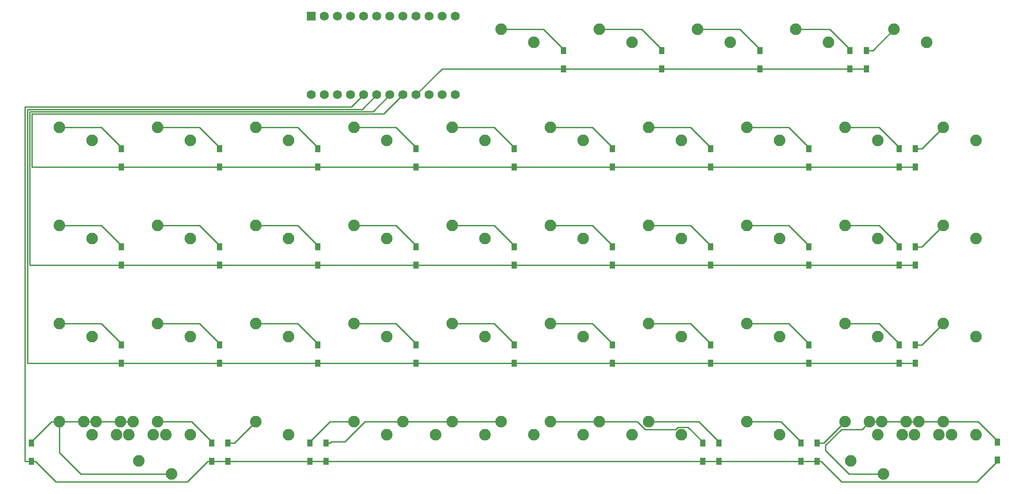
<source format=gtl>
G04 #@! TF.GenerationSoftware,KiCad,Pcbnew,(5.1.4)-1*
G04 #@! TF.CreationDate,2021-09-02T04:03:04-10:00*
G04 #@! TF.ProjectId,oya45,6f796134-352e-46b6-9963-61645f706362,rev?*
G04 #@! TF.SameCoordinates,Original*
G04 #@! TF.FileFunction,Copper,L1,Top*
G04 #@! TF.FilePolarity,Positive*
%FSLAX46Y46*%
G04 Gerber Fmt 4.6, Leading zero omitted, Abs format (unit mm)*
G04 Created by KiCad (PCBNEW (5.1.4)-1) date 2021-09-02 04:03:04*
%MOMM*%
%LPD*%
G04 APERTURE LIST*
%ADD10C,2.250000*%
%ADD11R,1.000000X1.400000*%
%ADD12R,1.752600X1.752600*%
%ADD13C,1.752600*%
%ADD14C,0.254000*%
G04 APERTURE END LIST*
D10*
X214153750Y-109220000D03*
X220503750Y-111760000D03*
X214471250Y-119380000D03*
X208121250Y-116840000D03*
X75247500Y-111760000D03*
X68897500Y-109220000D03*
X221297500Y-109220000D03*
X227647500Y-111760000D03*
X218916250Y-109220000D03*
X225266250Y-111760000D03*
X218122500Y-111760000D03*
X211772500Y-109220000D03*
X65722500Y-111760000D03*
X59372500Y-109220000D03*
X66516250Y-109220000D03*
X72866250Y-111760000D03*
X68103750Y-111760000D03*
X61753750Y-109220000D03*
X70008750Y-116840000D03*
X76358750Y-119380000D03*
X232410000Y-92710000D03*
X226060000Y-90170000D03*
X232410000Y-54610000D03*
X226060000Y-52070000D03*
X99060000Y-111760000D03*
X92710000Y-109220000D03*
X175260000Y-111760000D03*
X168910000Y-109220000D03*
X146685000Y-35560000D03*
X140335000Y-33020000D03*
D11*
X211137500Y-37118750D03*
X211137500Y-40668750D03*
X207962500Y-37118750D03*
X207962500Y-40668750D03*
X190500000Y-37118750D03*
X190500000Y-40668750D03*
X171450000Y-40668750D03*
X171450000Y-37118750D03*
X152400000Y-37118750D03*
X152400000Y-40668750D03*
X236537500Y-113131250D03*
X236537500Y-116681250D03*
X201612500Y-116868750D03*
X201612500Y-113318750D03*
X198437500Y-113318750D03*
X198437500Y-116868750D03*
X182562500Y-113318750D03*
X182562500Y-116868750D03*
X179387500Y-113318750D03*
X179387500Y-116868750D03*
X106362500Y-113318750D03*
X106362500Y-116868750D03*
X103187500Y-113318750D03*
X103187500Y-116868750D03*
X87312500Y-113318750D03*
X87312500Y-116868750D03*
X84137500Y-116868750D03*
X84137500Y-113318750D03*
X49212500Y-113318750D03*
X49212500Y-116868750D03*
X220662500Y-94268750D03*
X220662500Y-97818750D03*
X217487500Y-94268750D03*
X217487500Y-97818750D03*
X200025000Y-94268750D03*
X200025000Y-97818750D03*
X180975000Y-94268750D03*
X180975000Y-97818750D03*
X161925000Y-94268750D03*
X161925000Y-97818750D03*
X142875000Y-94268750D03*
X142875000Y-97818750D03*
X123825000Y-94268750D03*
X123825000Y-97818750D03*
X104775000Y-94268750D03*
X104775000Y-97818750D03*
X85725000Y-94268750D03*
X85725000Y-97818750D03*
X66675000Y-94268750D03*
X66675000Y-97818750D03*
X220662500Y-75218750D03*
X220662500Y-78768750D03*
X217487500Y-75218750D03*
X217487500Y-78768750D03*
X200025000Y-75218750D03*
X200025000Y-78768750D03*
X180975000Y-75218750D03*
X180975000Y-78768750D03*
X161925000Y-75218750D03*
X161925000Y-78768750D03*
X142875000Y-75218750D03*
X142875000Y-78768750D03*
X123825000Y-75218750D03*
X123825000Y-78768750D03*
X104775000Y-75218750D03*
X104775000Y-78768750D03*
X85725000Y-75218750D03*
X85725000Y-78768750D03*
X66675000Y-75218750D03*
X66675000Y-78768750D03*
X220662500Y-56168750D03*
X220662500Y-59718750D03*
X217487500Y-56168750D03*
X217487500Y-59718750D03*
X200025000Y-56168750D03*
X200025000Y-59718750D03*
X180975000Y-56168750D03*
X180975000Y-59718750D03*
X161925000Y-56168750D03*
X161925000Y-59718750D03*
X142875000Y-56168750D03*
X142875000Y-59718750D03*
X123825000Y-59718750D03*
X123825000Y-56168750D03*
X104775000Y-56168750D03*
X104775000Y-59718750D03*
X85725000Y-56168750D03*
X85725000Y-59718750D03*
X66675000Y-59718750D03*
X66675000Y-56168750D03*
D10*
X203835000Y-35560000D03*
X197485000Y-33020000D03*
X222885000Y-35560000D03*
X216535000Y-33020000D03*
D12*
X103505000Y-30480000D03*
D13*
X106045000Y-30480000D03*
X108585000Y-30480000D03*
X111125000Y-30480000D03*
X113665000Y-30480000D03*
X116205000Y-30480000D03*
X118745000Y-30480000D03*
X121285000Y-30480000D03*
X123825000Y-30480000D03*
X126365000Y-30480000D03*
X128905000Y-30480000D03*
X131445000Y-45720000D03*
X128905000Y-45720000D03*
X126365000Y-45720000D03*
X123825000Y-45720000D03*
X121285000Y-45720000D03*
X118745000Y-45720000D03*
X116205000Y-45720000D03*
X113665000Y-45720000D03*
X111125000Y-45720000D03*
X108585000Y-45720000D03*
X106045000Y-45720000D03*
X131445000Y-30480000D03*
X103505000Y-45720000D03*
D10*
X165735000Y-111760000D03*
X159385000Y-109220000D03*
X127635000Y-111760000D03*
X121285000Y-109220000D03*
X140335000Y-109220000D03*
X146685000Y-111760000D03*
X184785000Y-35560000D03*
X178435000Y-33020000D03*
X165735000Y-35560000D03*
X159385000Y-33020000D03*
X232410000Y-111760000D03*
X226060000Y-109220000D03*
X207010000Y-109220000D03*
X213360000Y-111760000D03*
X194310000Y-111760000D03*
X187960000Y-109220000D03*
X156210000Y-111760000D03*
X149860000Y-109220000D03*
X137160000Y-111760000D03*
X130810000Y-109220000D03*
X118110000Y-111760000D03*
X111760000Y-109220000D03*
X73660000Y-109220000D03*
X80010000Y-111760000D03*
X54610000Y-109220000D03*
X60960000Y-111760000D03*
X213360000Y-92710000D03*
X207010000Y-90170000D03*
X194310000Y-92710000D03*
X187960000Y-90170000D03*
X175260000Y-92710000D03*
X168910000Y-90170000D03*
X156210000Y-92710000D03*
X149860000Y-90170000D03*
X137160000Y-92710000D03*
X130810000Y-90170000D03*
X118110000Y-92710000D03*
X111760000Y-90170000D03*
X99060000Y-92710000D03*
X92710000Y-90170000D03*
X80010000Y-92710000D03*
X73660000Y-90170000D03*
X60960000Y-92710000D03*
X54610000Y-90170000D03*
X232410000Y-73660000D03*
X226060000Y-71120000D03*
X213360000Y-73660000D03*
X207010000Y-71120000D03*
X194310000Y-73660000D03*
X187960000Y-71120000D03*
X175260000Y-73660000D03*
X168910000Y-71120000D03*
X149860000Y-71120000D03*
X156210000Y-73660000D03*
X137160000Y-73660000D03*
X130810000Y-71120000D03*
X118110000Y-73660000D03*
X111760000Y-71120000D03*
X99060000Y-73660000D03*
X92710000Y-71120000D03*
X80010000Y-73660000D03*
X73660000Y-71120000D03*
X60960000Y-73660000D03*
X54610000Y-71120000D03*
X213360000Y-54610000D03*
X207010000Y-52070000D03*
X194310000Y-54610000D03*
X187960000Y-52070000D03*
X175260000Y-54610000D03*
X168910000Y-52070000D03*
X156210000Y-54610000D03*
X149860000Y-52070000D03*
X137160000Y-54610000D03*
X130810000Y-52070000D03*
X118110000Y-54610000D03*
X111760000Y-52070000D03*
X99060000Y-54610000D03*
X92710000Y-52070000D03*
X80010000Y-54610000D03*
X73660000Y-52070000D03*
X60960000Y-54610000D03*
X54610000Y-52070000D03*
D14*
X117563960Y-49441040D02*
X121285000Y-45720000D01*
X49326770Y-49441040D02*
X117563960Y-49441040D01*
X220662500Y-59718750D02*
X49326770Y-59718750D01*
X49326770Y-59718750D02*
X49326770Y-49441040D01*
X66675000Y-55968750D02*
X66675000Y-56168750D01*
X62776250Y-52070000D02*
X66675000Y-55968750D01*
X54610000Y-52070000D02*
X62776250Y-52070000D01*
X85725000Y-55968750D02*
X85725000Y-56168750D01*
X81826250Y-52070000D02*
X85725000Y-55968750D01*
X73660000Y-52070000D02*
X81826250Y-52070000D01*
X104775000Y-55968750D02*
X104775000Y-56168750D01*
X100876250Y-52070000D02*
X104775000Y-55968750D01*
X92710000Y-52070000D02*
X100876250Y-52070000D01*
X123825000Y-55968750D02*
X123825000Y-56168750D01*
X119926250Y-52070000D02*
X123825000Y-55968750D01*
X111760000Y-52070000D02*
X119926250Y-52070000D01*
X142875000Y-55968750D02*
X142875000Y-56168750D01*
X138976250Y-52070000D02*
X142875000Y-55968750D01*
X130810000Y-52070000D02*
X138976250Y-52070000D01*
X161925000Y-55968750D02*
X161925000Y-56168750D01*
X158026250Y-52070000D02*
X161925000Y-55968750D01*
X149860000Y-52070000D02*
X158026250Y-52070000D01*
X180975000Y-55968750D02*
X180975000Y-56168750D01*
X177076250Y-52070000D02*
X180975000Y-55968750D01*
X168910000Y-52070000D02*
X177076250Y-52070000D01*
X200025000Y-55968750D02*
X200025000Y-56168750D01*
X196126250Y-52070000D02*
X200025000Y-55968750D01*
X187960000Y-52070000D02*
X196126250Y-52070000D01*
X217487500Y-55968750D02*
X217487500Y-56168750D01*
X213588750Y-52070000D02*
X217487500Y-55968750D01*
X207010000Y-52070000D02*
X213588750Y-52070000D01*
X221961250Y-56168750D02*
X220662500Y-56168750D01*
X226060000Y-52070000D02*
X221961250Y-56168750D01*
X115477970Y-48987030D02*
X118745000Y-45720000D01*
X48872760Y-48987030D02*
X115477970Y-48987030D01*
X220662500Y-78768750D02*
X48872760Y-78768750D01*
X48872760Y-78768750D02*
X48872760Y-48987030D01*
X66675000Y-75018750D02*
X66675000Y-75218750D01*
X62776250Y-71120000D02*
X66675000Y-75018750D01*
X54610000Y-71120000D02*
X62776250Y-71120000D01*
X85725000Y-75018750D02*
X85725000Y-75218750D01*
X81826250Y-71120000D02*
X85725000Y-75018750D01*
X73660000Y-71120000D02*
X81826250Y-71120000D01*
X104775000Y-75018750D02*
X104775000Y-75218750D01*
X100876250Y-71120000D02*
X104775000Y-75018750D01*
X92710000Y-71120000D02*
X100876250Y-71120000D01*
X123825000Y-75018750D02*
X123825000Y-75218750D01*
X119926250Y-71120000D02*
X123825000Y-75018750D01*
X111760000Y-71120000D02*
X119926250Y-71120000D01*
X142875000Y-75018750D02*
X142875000Y-75218750D01*
X138976250Y-71120000D02*
X142875000Y-75018750D01*
X130810000Y-71120000D02*
X138976250Y-71120000D01*
X161925000Y-75018750D02*
X161925000Y-75218750D01*
X158026250Y-71120000D02*
X161925000Y-75018750D01*
X149860000Y-71120000D02*
X158026250Y-71120000D01*
X180975000Y-75018750D02*
X180975000Y-75218750D01*
X177076250Y-71120000D02*
X180975000Y-75018750D01*
X168910000Y-71120000D02*
X177076250Y-71120000D01*
X200025000Y-75018750D02*
X200025000Y-75218750D01*
X196126250Y-71120000D02*
X200025000Y-75018750D01*
X187960000Y-71120000D02*
X196126250Y-71120000D01*
X217487500Y-75018750D02*
X217487500Y-75218750D01*
X213588750Y-71120000D02*
X217487500Y-75018750D01*
X207010000Y-71120000D02*
X213588750Y-71120000D01*
X221961250Y-75218750D02*
X220662500Y-75218750D01*
X226060000Y-71120000D02*
X221961250Y-75218750D01*
X113391980Y-48533020D02*
X116205000Y-45720000D01*
X220662500Y-97818750D02*
X48418750Y-97818750D01*
X48418750Y-48533020D02*
X113391980Y-48533020D01*
X48418750Y-97818750D02*
X48418750Y-48533020D01*
X66675000Y-94068750D02*
X66675000Y-94268750D01*
X62776250Y-90170000D02*
X66675000Y-94068750D01*
X54610000Y-90170000D02*
X62776250Y-90170000D01*
X85725000Y-94068750D02*
X85725000Y-94268750D01*
X81826250Y-90170000D02*
X85725000Y-94068750D01*
X73660000Y-90170000D02*
X81826250Y-90170000D01*
X104775000Y-94068750D02*
X104775000Y-94268750D01*
X100876250Y-90170000D02*
X104775000Y-94068750D01*
X92710000Y-90170000D02*
X100876250Y-90170000D01*
X123825000Y-94068750D02*
X123825000Y-94268750D01*
X119926250Y-90170000D02*
X123825000Y-94068750D01*
X111760000Y-90170000D02*
X119926250Y-90170000D01*
X142875000Y-94068750D02*
X142875000Y-94268750D01*
X138976250Y-90170000D02*
X142875000Y-94068750D01*
X130810000Y-90170000D02*
X138976250Y-90170000D01*
X161925000Y-94068750D02*
X161925000Y-94268750D01*
X158026250Y-90170000D02*
X161925000Y-94068750D01*
X149860000Y-90170000D02*
X158026250Y-90170000D01*
X180975000Y-94068750D02*
X180975000Y-94268750D01*
X177076250Y-90170000D02*
X180975000Y-94068750D01*
X168910000Y-90170000D02*
X177076250Y-90170000D01*
X200025000Y-94068750D02*
X200025000Y-94268750D01*
X196126250Y-90170000D02*
X200025000Y-94068750D01*
X187960000Y-90170000D02*
X196126250Y-90170000D01*
X217487500Y-94068750D02*
X217487500Y-94268750D01*
X213588750Y-90170000D02*
X217487500Y-94068750D01*
X207010000Y-90170000D02*
X213588750Y-90170000D01*
X221961250Y-94268750D02*
X220662500Y-94268750D01*
X226060000Y-90170000D02*
X221961250Y-94268750D01*
X111305990Y-48079010D02*
X113665000Y-45720000D01*
X47964740Y-48079010D02*
X111305990Y-48079010D01*
X47964740Y-48079010D02*
X47964740Y-116866139D01*
X47964740Y-116866139D02*
X47967351Y-116868750D01*
X47977010Y-116866139D02*
X47979621Y-116868750D01*
X48455889Y-116866139D02*
X47977010Y-116866139D01*
X48458500Y-116868750D02*
X48455889Y-116866139D01*
X49212500Y-116868750D02*
X48458500Y-116868750D01*
X84891500Y-116868750D02*
X87312500Y-116868750D01*
X84137500Y-116868750D02*
X84891500Y-116868750D01*
X200858500Y-116868750D02*
X87312500Y-116868750D01*
X201612500Y-116868750D02*
X200858500Y-116868750D01*
X202366500Y-116868750D02*
X201612500Y-116868750D01*
X206329751Y-120832001D02*
X202366500Y-116868750D01*
X232586749Y-120832001D02*
X206329751Y-120832001D01*
X236537500Y-116681250D02*
X236537500Y-116881250D01*
X236537500Y-116881250D02*
X232586749Y-120832001D01*
X49212500Y-116868750D02*
X49966500Y-116868750D01*
X49966500Y-116868750D02*
X53929751Y-120832001D01*
X83383500Y-116868750D02*
X84137500Y-116868750D01*
X79420249Y-120832001D02*
X83383500Y-116868750D01*
X53929751Y-120832001D02*
X79420249Y-120832001D01*
X49212500Y-113118750D02*
X49212500Y-113318750D01*
X53111250Y-109220000D02*
X49212500Y-113118750D01*
X68897500Y-109220000D02*
X53111250Y-109220000D01*
X54610000Y-110810990D02*
X54610000Y-109220000D01*
X54610000Y-115194934D02*
X54610000Y-110810990D01*
X58795066Y-119380000D02*
X54610000Y-115194934D01*
X76358750Y-119380000D02*
X58795066Y-119380000D01*
X84137500Y-113118750D02*
X84137500Y-113318750D01*
X80238750Y-109220000D02*
X84137500Y-113118750D01*
X73660000Y-109220000D02*
X80238750Y-109220000D01*
X88611250Y-113318750D02*
X87312500Y-113318750D01*
X92710000Y-109220000D02*
X88611250Y-113318750D01*
X103187500Y-113118750D02*
X103187500Y-113318750D01*
X107086250Y-109220000D02*
X103187500Y-113118750D01*
X111760000Y-109220000D02*
X107086250Y-109220000D01*
X140335000Y-109220000D02*
X121285000Y-109220000D01*
X107116500Y-113318750D02*
X106362500Y-113318750D01*
X107337251Y-113097999D02*
X107116500Y-113318750D01*
X110030963Y-113097999D02*
X107337251Y-113097999D01*
X113908962Y-109220000D02*
X110030963Y-113097999D01*
X121285000Y-109220000D02*
X113908962Y-109220000D01*
X151450990Y-109220000D02*
X159385000Y-109220000D01*
X149860000Y-109220000D02*
X151450990Y-109220000D01*
X174199037Y-110672001D02*
X174563039Y-110307999D01*
X168213039Y-110672001D02*
X174199037Y-110672001D01*
X159385000Y-109220000D02*
X166761038Y-109220000D01*
X166761038Y-109220000D02*
X168213039Y-110672001D01*
X179387500Y-113118750D02*
X179387500Y-113318750D01*
X176576749Y-110307999D02*
X179387500Y-113118750D01*
X174563039Y-110307999D02*
X176576749Y-110307999D01*
X182562500Y-113118750D02*
X182562500Y-113318750D01*
X178663750Y-109220000D02*
X182562500Y-113118750D01*
X168910000Y-109220000D02*
X178663750Y-109220000D01*
X198437500Y-113118750D02*
X198437500Y-113318750D01*
X194538750Y-109220000D02*
X198437500Y-113118750D01*
X187960000Y-109220000D02*
X194538750Y-109220000D01*
X202911250Y-113318750D02*
X201612500Y-113318750D01*
X207010000Y-109220000D02*
X202911250Y-113318750D01*
X236537500Y-112931250D02*
X236537500Y-113131250D01*
X232826250Y-109220000D02*
X236537500Y-112931250D01*
X211772500Y-109220000D02*
X232826250Y-109220000D01*
X210320499Y-110672001D02*
X210647501Y-110344999D01*
X206319037Y-110672001D02*
X210320499Y-110672001D01*
X210647501Y-110344999D02*
X211772500Y-109220000D01*
X203200000Y-113791038D02*
X206319037Y-110672001D01*
X203200000Y-114808962D02*
X203200000Y-113791038D01*
X207771038Y-119380000D02*
X203200000Y-114808962D01*
X214471250Y-119380000D02*
X207771038Y-119380000D01*
X128876250Y-40668750D02*
X123825000Y-45720000D01*
X211137500Y-40668750D02*
X128876250Y-40668750D01*
X152400000Y-36918750D02*
X152400000Y-37118750D01*
X148501250Y-33020000D02*
X152400000Y-36918750D01*
X140335000Y-33020000D02*
X148501250Y-33020000D01*
X171450000Y-36918750D02*
X171450000Y-37118750D01*
X167551250Y-33020000D02*
X171450000Y-36918750D01*
X159385000Y-33020000D02*
X167551250Y-33020000D01*
X190500000Y-36918750D02*
X190500000Y-37118750D01*
X186601250Y-33020000D02*
X190500000Y-36918750D01*
X178435000Y-33020000D02*
X186601250Y-33020000D01*
X207962500Y-36918750D02*
X207962500Y-37118750D01*
X204063750Y-33020000D02*
X207962500Y-36918750D01*
X197485000Y-33020000D02*
X204063750Y-33020000D01*
X212436250Y-37118750D02*
X211137500Y-37118750D01*
X216535000Y-33020000D02*
X212436250Y-37118750D01*
M02*

</source>
